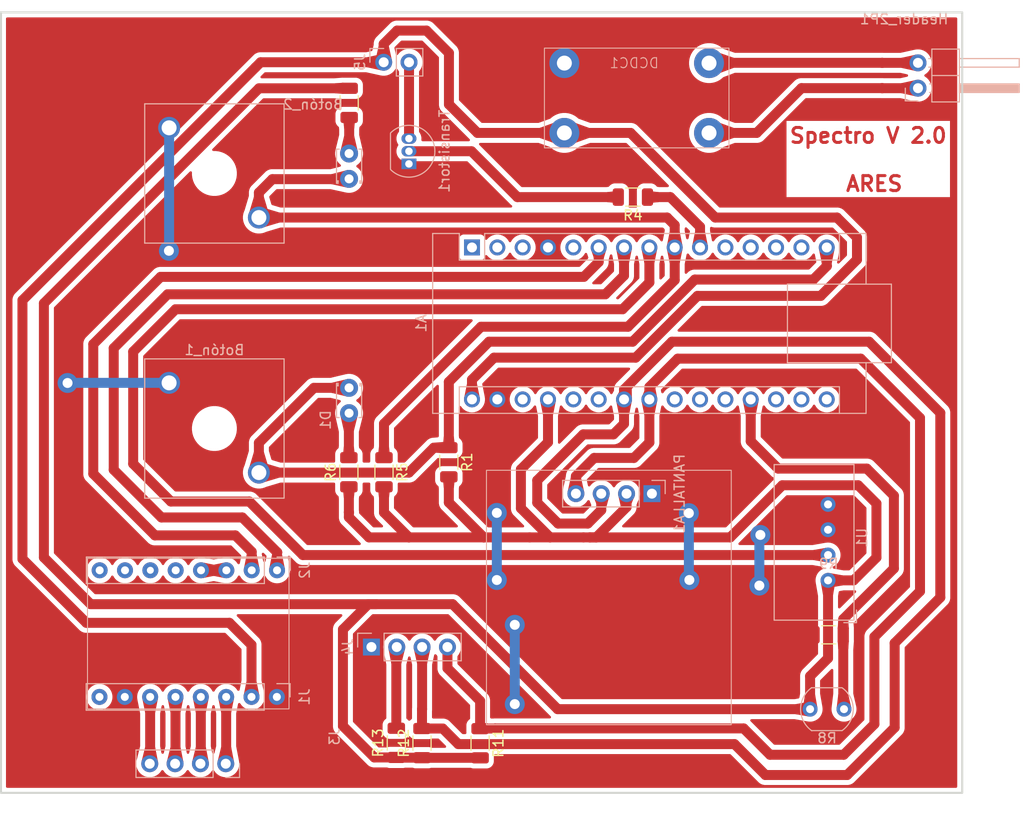
<source format=kicad_pcb>
(kicad_pcb (version 20241229) (generator "pcbnew") (generator_version "9.0")
  (layers (0 "F.Cu" signal) (2 "B.Cu" signal) (13 "F.Paste" user) (15 "B.Paste" user) (5 "F.SilkS" user "F.Silkscreen") (7 "B.SilkS" user "B.Silkscreen") (1 "F.Mask" user) (3 "B.Mask" user) (25 "Edge.Cuts" user))
  (net 0 "")
  (net 1 "SCK")
  (net 3 "+VOUT")
  (net 8 "D12")
  (net 9 "A0")
  (net 12 "D5")
  (net 15 "D6")
  (net 19 "D7")
  (net 20 "DIR")
  (net 21 "+5V")
  (net 23 "SDA")
  (net 26 "STEP")
  (net 28 "Net-(D1-A)")
  (net 29 "Net-(D2-A)")
  (net 30 "Net-(DCDC1-+VIN)")
  (net 31 "Net-(DCDC1--VIN)")
  (net 32 "NEGRO")
  (net 33 "Net-(Transistor1-B)")
  (net 34 "1B")
  (net 35 "2B")
  (net 36 "1A")
  (net 37 "2A")
  (net 41 "RETRO")
  (net 44 "GND")
  (net 45 "Net-(J4-Pin_2)")
  (net 46 "unconnected-(A1-A1-Pad20)")
  (footprint "Resistor_SMD:R_1206_3216Metric" (layer "F.Cu") (at 170.02 58.22 -90)
    (property "Reference" "R7" (hide yes))
    (property "Value" "1K")
    (fp_line (start -0.727064 0.91) (end 0.727064 0.91) (stroke (width 0.12)) (layer "F.SilkS"))
    (fp_line (start -0.727064 -0.91) (end 0.727064 -0.91) (stroke (width 0.12)) (layer "F.SilkS"))
    (pad "1" smd roundrect (at -1.4625 0 270) (size 1.125 1.75) (layers "F.Cu" "F.Mask" "F.Paste") (roundrect_rratio 0.222222) (net 21 "+5V"))
    (pad "2" smd roundrect (at 1.4625 0 270) (size 1.125 1.75) (layers "F.Cu" "F.Mask" "F.Paste") (roundrect_rratio 0.222222) (net 29 "Net-(D2-A)"))
  )
  (footprint "Resistor_SMD:R_1206_3216Metric" (layer "F.Cu") (at 198.4575 67.67 180)
    (property "Reference" "R4" (at 0 -1.83 0) (layer "F.SilkS"))
    (property "Value" "1k")
    (fp_line (start -0.727064 0.91) (end 0.727064 0.91) (stroke (width 0.12)) (layer "F.SilkS"))
    (fp_line (start -0.727064 -0.91) (end 0.727064 -0.91) (stroke (width 0.12)) (layer "F.SilkS"))
    (pad "1" smd roundrect (at -1.4625 0 180) (size 1.125 1.75) (layers "F.Cu" "F.Mask" "F.Paste") (roundrect_rratio 0.222222) (net 19 "D7"))
    (pad "2" smd roundrect (at 1.4625 0 180) (size 1.125 1.75) (layers "F.Cu" "F.Mask" "F.Paste") (roundrect_rratio 0.222222) (net 33 "Net-(Transistor1-B)"))
  )
  (footprint "Resistor_SMD:R_1206_3216Metric" (layer "F.Cu") (at 218.0825 111.57)
    (property "Reference" "R9" (at 0 -7.13 0) (layer "B.SilkS") (effects (justify mirror)))
    (property "Value" "10K" (hide yes))
    (fp_line (start -0.727064 -0.91) (end 0.727064 -0.91) (stroke (width 0.12)) (layer "F.SilkS"))
    (fp_line (start -0.727064 0.91) (end 0.727064 0.91) (stroke (width 0.12)) (layer "F.SilkS"))
    (pad "1" smd roundrect (at -1.4625 0) (size 1.125 1.75) (layers "F.Cu" "F.Mask" "F.Paste") (roundrect_rratio 0.222222) (net 44 "GND"))
    (pad "2" smd roundrect (at 1.4625 0) (size 1.125 1.75) (layers "F.Cu" "F.Mask" "F.Paste") (roundrect_rratio 0.222222) (net 9 "A0"))
  )
  (footprint "Resistor_SMD:R_1206_3216Metric" (layer "F.Cu") (at 180.01 94.2625 -90)
    (property "Reference" "R1" (at 0 -1.83 90) (layer "F.SilkS"))
    (property "Value" "1K")
    (fp_line (start -0.727064 0.91) (end 0.727064 0.91) (stroke (width 0.12)) (layer "F.SilkS"))
    (fp_line (start -0.727064 -0.91) (end 0.727064 -0.91) (stroke (width 0.12)) (layer "F.SilkS"))
    (pad "1" smd roundrect (at -1.4625 0 270) (size 1.125 1.75) (layers "F.Cu" "F.Mask" "F.Paste") (roundrect_rratio 0.222222) (net 8 "D12"))
    (pad "2" smd roundrect (at 1.4625 0 270) (size 1.125 1.75) (layers "F.Cu" "F.Mask" "F.Paste") (roundrect_rratio 0.222222) (net 21 "+5V"))
  )
  (footprint "Resistor_SMD:R_1206_3216Metric" (layer "F.Cu") (at 173.51 95.2625 -90)
    (property "Reference" "R5" (at 0 -1.83 90) (layer "F.SilkS"))
    (property "Value" "1K")
    (fp_line (start -0.727064 0.91) (end 0.727064 0.91) (stroke (width 0.12)) (layer "F.SilkS"))
    (fp_line (start -0.727064 -0.91) (end 0.727064 -0.91) (stroke (width 0.12)) (layer "F.SilkS"))
    (pad "1" smd roundrect (at -1.4625 0 270) (size 1.125 1.75) (layers "F.Cu" "F.Mask" "F.Paste") (roundrect_rratio 0.222222) (net 15 "D6"))
    (pad "2" smd roundrect (at 1.4625 0 270) (size 1.125 1.75) (layers "F.Cu" "F.Mask" "F.Paste") (roundrect_rratio 0.222222) (net 21 "+5V"))
  )
  (footprint "Resistor_SMD:R_1206_3216Metric" (layer "F.Cu") (at 169.99 95.2625 90)
    (property "Reference" "R6" (at 0 -1.83 90) (layer "F.SilkS"))
    (property "Value" "1K")
    (fp_line (start -0.727064 -0.91) (end 0.727064 -0.91) (stroke (width 0.12)) (layer "F.SilkS"))
    (fp_line (start -0.727064 0.91) (end 0.727064 0.91) (stroke (width 0.12)) (layer "F.SilkS"))
    (pad "1" smd roundrect (at -1.4625 0 90) (size 1.125 1.75) (layers "F.Cu" "F.Mask" "F.Paste") (roundrect_rratio 0.222222) (net 21 "+5V"))
    (pad "2" smd roundrect (at 1.4625 0 90) (size 1.125 1.75) (layers "F.Cu" "F.Mask" "F.Paste") (roundrect_rratio 0.222222) (net 28 "Net-(D1-A)"))
  )
  (footprint "Resistor_SMD:R_1206_3216Metric" (layer "F.Cu") (at 183.1436 122.4463 -90)
    (property "Reference" "R11" (at 0 -1.83 90) (layer "F.SilkS"))
    (property "Value" "10K")
    (fp_line (start -0.727064 0.91) (end 0.727064 0.91) (stroke (width 0.12)) (layer "F.SilkS"))
    (fp_line (start -0.727064 -0.91) (end 0.727064 -0.91) (stroke (width 0.12)) (layer "F.SilkS"))
    (pad "1" smd roundrect (at -1.4625 0 270) (size 1.125 1.75) (layers "F.Cu" "F.Mask" "F.Paste") (roundrect_rratio 0.222222) (net 23 "SDA"))
    (pad "2" smd roundrect (at 1.4625 0 270) (size 1.125 1.75) (layers "F.Cu" "F.Mask" "F.Paste") (roundrect_rratio 0.222222) (net 21 "+5V"))
  )
  (footprint "Resistor_SMD:R_1206_3216Metric" (layer "F.Cu") (at 174.745 122.4075 90)
    (property "Reference" "R13" (at 0 -1.83 90) (layer "F.SilkS"))
    (property "Value" "0K")
    (fp_line (start -0.727064 -0.91) (end 0.727064 -0.91) (stroke (width 0.12)) (layer "F.SilkS"))
    (fp_line (start -0.727064 0.91) (end 0.727064 0.91) (stroke (width 0.12)) (layer "F.SilkS"))
    (pad "1" smd roundrect (at -1.4625 0 90) (size 1.125 1.75) (layers "F.Cu" "F.Mask" "F.Paste") (roundrect_rratio 0.222222) (net 21 "+5V"))
    (pad "2" smd roundrect (at 1.4625 0 90) (size 1.125 1.75) (layers "F.Cu" "F.Mask" "F.Paste") (roundrect_rratio 0.222222) (net 45 "Net-(J4-Pin_2)"))
  )
  (footprint "Resistor_SMD:R_1206_3216Metric" (layer "F.Cu") (at 177.32 122.4325 90)
    (property "Reference" "R12" (at 0 -1.83 90) (layer "F.SilkS"))
    (property "Value" "10K")
    (fp_line (start -0.727064 -0.91) (end 0.727064 -0.91) (stroke (width 0.12)) (layer "F.SilkS"))
    (fp_line (start -0.727064 0.91) (end 0.727064 0.91) (stroke (width 0.12)) (layer "F.SilkS"))
    (pad "1" smd roundrect (at -1.4625 0 90) (size 1.125 1.75) (layers "F.Cu" "F.Mask" "F.Paste") (roundrect_rratio 0.222222) (net 21 "+5V"))
    (pad "2" smd roundrect (at 1.4625 0 90) (size 1.125 1.75) (layers "F.Cu" "F.Mask" "F.Paste") (roundrect_rratio 0.222222) (net 1 "SCK"))
  )
  (footprint "OptoDevice:R_LDR_5.1x4.3mm_P3.4mm_Vertical" (layer "B.Cu") (at 216.22 119.028)
    (property "Reference" "R8" (at 1.7 2.9 0) (layer "B.SilkS") (effects (justify mirror)))
    (property "Value" "LDR07")
    (fp_line (start 0.15 -2.15) (end 3.2 -2.15) (stroke (width 0.12)) (layer "B.SilkS"))
    (fp_line (start 0.15 2.15) (end 3.2 2.15) (stroke (width 0.12)) (layer "B.SilkS"))
    (fp_arc (start 0.171766 2.165525) (mid -0.950438 0.013368) (end 0.15 -2.15) (stroke (width 0.12)) (layer "B.SilkS"))
    (fp_arc (start 3.244513 -2.118249) (mid 4.321403 0.027338) (end 3.2 2.15) (stroke (width 0.12)) (layer "B.SilkS"))
    (pad "1" thru_hole circle (at 0 0) (size 1.5 1.5) (drill 0.8) (layers "*.Cu" "*.Mask") (net 21 "+5V"))
    (pad "2" thru_hole circle (at 3.4 0) (size 1.5 1.5) (drill 0.8) (layers "*.Cu" "*.Mask") (net 9 "A0"))
  )
  (footprint "Connector_PinHeader_2.54mm:PinHeader_1x02_P2.54mm_Horizontal" (layer "B.Cu") (at 227.035 56.745)
    (property "Reference" "Header_2P1" (at -1.39 -6.92 0) (layer "B.SilkS") (effects (justify mirror)))
    (property "Value" "Conn_01x02_Pin")
    (fp_line (start -1.27 0) (end -1.27 1.27) (stroke (width 0.12)) (layer "B.SilkS"))
    (fp_line (start -1.27 1.27) (end 0 1.27) (stroke (width 0.12)) (layer "B.SilkS"))
    (fp_line (start 1.077358 -2.97) (end 1.39 -2.97) (stroke (width 0.12)) (layer "B.SilkS"))
    (fp_line (start 1.077358 -2.11) (end 1.39 -2.11) (stroke (width 0.12)) (layer "B.SilkS"))
    (fp_line (start 1.16 -0.43) (end 1.39 -0.43) (stroke (width 0.12)) (layer "B.SilkS"))
    (fp_line (start 1.16 0.43) (end 1.39 0.43) (stroke (width 0.12)) (layer "B.SilkS"))
    (fp_line (start 1.39 -3.92) (end 4.15 -3.92) (stroke (width 0.12)) (layer "B.SilkS"))
    (fp_line (start 1.39 -1.27) (end 4.15 -1.27) (stroke (width 0.12)) (layer "B.SilkS"))
    (fp_line (start 1.39 1.38) (end 1.39 -3.92) (stroke (width 0.12)) (layer "B.SilkS"))
    (fp_line (start 4.15 -3.92) (end 4.15 1.38) (stroke (width 0.12)) (layer "B.SilkS"))
    (fp_line (start 4.15 -2.11) (end 10.15 -2.11) (stroke (width 0.12)) (layer "B.SilkS"))
    (fp_line (start 4.15 1.38) (end 1.39 1.38) (stroke (width 0.12)) (layer "B.SilkS"))
    (fp_line (start 10.15 -2.97) (end 4.15 -2.97) (stroke (width 0.12)) (layer "B.SilkS"))
    (fp_line (start 10.15 -2.11) (end 10.15 -2.97) (stroke (width 0.12)) (layer "B.SilkS"))
    (fp_rect (start 4.15 0.43) (end 10.15 -0.43) (stroke (width 0.12)) (fill yes) (layer "B.SilkS"))
    (pad "1" thru_hole circle (at 0 0) (size 1.7 1.7) (drill 1) (layers "*.Cu" "*.Mask") (net 30 "Net-(DCDC1-+VIN)"))
    (pad "2" thru_hole circle (at 0 -2.54) (size 1.7 1.7) (drill 1) (layers "*.Cu" "*.Mask") (net 31 "Net-(DCDC1--VIN)"))
  )
  (footprint "Connector_PinSocket_2.54mm:PinSocket_1x08_P2.54mm_Vertical" (layer "B.Cu") (at 162.77 117.8 90)
    (property "Reference" "J1" (at 0 2.77 90) (layer "B.SilkS") (effects (justify mirror)))
    (property "Value" "Conn_01x08_Socket")
    (fp_line (start -1.33 -19.11) (end 1.33 -19.11) (stroke (width 0.12)) (layer "B.SilkS"))
    (fp_line (start 1.33 -1.27) (end 1.33 -19.11) (stroke (width 0.12)) (layer "B.SilkS"))
    (fp_line (start -1.33 -1.27) (end -1.33 -19.11) (stroke (width 0.12)) (layer "B.SilkS"))
    (fp_line (start -1.33 -1.27) (end 1.33 -1.27) (stroke (width 0.12)) (layer "B.SilkS"))
    (fp_line (start 1.33 1.33) (end 1.33 0) (stroke (width 0.12)) (layer "B.SilkS"))
    (fp_line (start 0 1.33) (end 1.33 1.33) (stroke (width 0.12)) (layer "B.SilkS"))
    (pad "1" thru_hole circle (at 0 0 90) (size 1.6 1.6) (drill 0.8) (layers "*.Cu" "*.Mask") (net 44 "GND"))
    (pad "2" thru_hole circle (at 0 -2.54 90) (size 1.6 1.6) (drill 0.8) (layers "*.Cu" "*.Mask") (net 3 "+VOUT"))
    (pad "3" thru_hole circle (at 0 -5.08 90) (size 1.6 1.6) (drill 0.8) (layers "*.Cu" "*.Mask") (net 34 "1B"))
    (pad "4" thru_hole circle (at 0 -7.62 90) (size 1.6 1.6) (drill 0.8) (layers "*.Cu" "*.Mask") (net 36 "1A"))
    (pad "5" thru_hole circle (at 0 -10.16 90) (size 1.6 1.6) (drill 0.8) (layers "*.Cu" "*.Mask") (net 37 "2A"))
    (pad "6" thru_hole circle (at 0 -12.7 90) (size 1.6 1.6) (drill 0.8) (layers "*.Cu" "*.Mask") (net 35 "2B"))
    (pad "7" thru_hole circle (at 0 -15.24 90) (size 1.6 1.6) (drill 0.8) (layers "*.Cu" "*.Mask") (net 44 "GND"))
    (pad "8" thru_hole circle (at 0 -17.78 90) (size 1.6 1.6) (drill 0.8) (layers "*.Cu" "*.Mask"))
  )
  (footprint "Package_TO_SOT_THT:TO-92_Inline" (layer "B.Cu") (at 176.01 64.34 90)
    (property "Reference" "Transistor1" (at 1.27 3.56 90) (layer "B.SilkS") (effects (justify mirror)))
    (property "Value" "PN2222A")
    (fp_line (start -0.53 -1.85) (end 3.07 -1.85) (stroke (width 0.12)) (layer "B.SilkS"))
    (fp_arc (start 3.108478 -1.838478) (mid 3.672087 0.994977) (end 1.27 2.6) (stroke (width 0.12)) (layer "B.SilkS"))
    (fp_arc (start 1.27 2.6) (mid -1.132087 0.994977) (end -0.568478 -1.838478) (stroke (width 0.12)) (layer "B.SilkS"))
    (pad "1" thru_hole rect (at 0 0 90) (size 1.05 1.5) (drill 0.75) (layers "*.Cu" "*.Mask") (net 44 "GND"))
    (pad "2" thru_hole oval (at 1.27 0 90) (size 1.05 1.5) (drill 0.75) (layers "*.Cu" "*.Mask") (net 33 "Net-(Transistor1-B)"))
    (pad "3" thru_hole oval (at 2.54 0 90) (size 1.05 1.5) (drill 0.75) (layers "*.Cu" "*.Mask") (net 32 "NEGRO"))
  )
  (footprint "LED_THT:LED_D1.8mm_W3.3mm_H2.4mm" (layer "B.Cu") (at 170.01 86.8 -90)
    (property "Reference" "D1" (at 3.2325 2.35 90) (layer "B.SilkS") (effects (justify mirror)))
    (property "Value" "LED")
    (fp_line (start -0.44 1.26) (end 2.98 1.26) (stroke (width 0.12)) (layer "B.SilkS"))
    (fp_line (start -0.44 1.26) (end -0.44 1.08) (stroke (width 0.12)) (layer "B.SilkS"))
    (fp_line (start -0.32 1.26) (end -0.32 1.08) (stroke (width 0.12)) (layer "B.SilkS"))
    (fp_line (start -0.2 1.26) (end -0.2 1.08) (stroke (width 0.12)) (layer "B.SilkS"))
    (fp_line (start 2.98 1.26) (end 2.98 0.986) (stroke (width 0.12)) (layer "B.SilkS"))
    (fp_line (start 2.98 -0.986) (end 2.98 -1.26) (stroke (width 0.12)) (layer "B.SilkS"))
    (fp_line (start -0.44 -1.08) (end -0.44 -1.26) (stroke (width 0.12)) (layer "B.SilkS"))
    (fp_line (start -0.32 -1.08) (end -0.32 -1.26) (stroke (width 0.12)) (layer "B.SilkS"))
    (fp_line (start -0.2 -1.08) (end -0.2 -1.26) (stroke (width 0.12)) (layer "B.SilkS"))
    (fp_line (start -0.44 -1.26) (end 2.98 -1.26) (stroke (width 0.12)) (layer "B.SilkS"))
    (pad "1" thru_hole circle (at 0 0 270) (size 1.8 1.8) (drill 0.9) (layers "*.Cu" "*.Mask") (net 8 "D12"))
    (pad "2" thru_hole circle (at 2.54 0 270) (size 1.8 1.8) (drill 0.9) (layers "*.Cu" "*.Mask") (net 28 "Net-(D1-A)"))
  )
  (footprint "Module:Arduino_Nano" (layer "B.Cu") (at 182.33 72.72 -90)
    (property "Reference" "A1" (at 7.62 5.08 90) (layer "B.SilkS") (effects (justify mirror)))
    (property "Value" "Arduino_Nano")
    (fp_line (start -1.4 3.94) (end -1.4 1.27) (stroke (width 0.12)) (layer "B.SilkS"))
    (fp_line (start 16.64 3.94) (end -1.4 3.94) (stroke (width 0.12)) (layer "B.SilkS"))
    (fp_line (start 1.27 1.27) (end -1.4 1.27) (stroke (width 0.12)) (layer "B.SilkS"))
    (fp_line (start 13.97 1.27) (end 16.64 1.27) (stroke (width 0.12)) (layer "B.SilkS"))
    (fp_line (start 13.97 1.27) (end 13.97 -36.83) (stroke (width 0.12)) (layer "B.SilkS"))
    (fp_line (start -1.4 -1.27) (end -1.4 -39.5) (stroke (width 0.12)) (layer "B.SilkS"))
    (fp_line (start 1.27 -1.27) (end 1.27 1.27) (stroke (width 0.12)) (layer "B.SilkS"))
    (fp_line (start 1.27 -1.27) (end -1.4 -1.27) (stroke (width 0.12)) (layer "B.SilkS"))
    (fp_line (start 1.27 -1.27) (end 1.27 -36.83) (stroke (width 0.12)) (layer "B.SilkS"))
    (fp_line (start 3.68 -31.62) (end 11.56 -31.62) (stroke (width 0.12)) (layer "B.SilkS"))
    (fp_line (start 11.56 -31.62) (end 11.56 -42.04) (stroke (width 0.12)) (layer "B.SilkS"))
    (fp_line (start 1.27 -36.83) (end -1.4 -36.83) (stroke (width 0.12)) (layer "B.SilkS"))
    (fp_line (start 13.97 -36.83) (end 16.64 -36.83) (stroke (width 0.12)) (layer "B.SilkS"))
    (fp_line (start -1.4 -39.5) (end 3.68 -39.5) (stroke (width 0.12)) (layer "B.SilkS"))
    (fp_line (start 16.64 -39.5) (end 16.64 3.94) (stroke (width 0.12)) (layer "B.SilkS"))
    (fp_line (start 16.64 -39.5) (end 11.56 -39.5) (stroke (width 0.12)) (layer "B.SilkS"))
    (fp_line (start 3.68 -42.04) (end 3.68 -31.62) (stroke (width 0.12)) (layer "B.SilkS"))
    (fp_line (start 11.56 -42.04) (end 3.68 -42.04) (stroke (width 0.12)) (layer "B.SilkS"))
    (pad "1" thru_hole rect (at 0 0 270) (size 1.6 1.6) (drill 1) (layers "*.Cu" "*.Mask"))
    (pad "2" thru_hole oval (at 0 -2.54 270) (size 1.6 1.6) (drill 1) (layers "*.Cu" "*.Mask"))
    (pad "3" thru_hole oval (at 0 -5.08 270) (size 1.6 1.6) (drill 1) (layers "*.Cu" "*.Mask"))
    (pad "4" thru_hole oval (at 0 -7.62 270) (size 1.6 1.6) (drill 1) (layers "*.Cu" "*.Mask") (net 44 "GND"))
    (pad "5" thru_hole oval (at 0 -10.16 270) (size 1.6 1.6) (drill 1) (layers "*.Cu" "*.Mask"))
    (pad "6" thru_hole oval (at 0 -12.7 270) (size 1.6 1.6) (drill 1) (layers "*.Cu" "*.Mask") (net 26 "STEP"))
    (pad "7" thru_hole oval (at 0 -15.24 270) (size 1.6 1.6) (drill 1) (layers "*.Cu" "*.Mask") (net 20 "DIR"))
    (pad "8" thru_hole oval (at 0 -17.78 270) (size 1.6 1.6) (drill 1) (layers "*.Cu" "*.Mask") (net 12 "D5"))
    (pad "9" thru_hole oval (at 0 -20.32 270) (size 1.6 1.6) (drill 1) (layers "*.Cu" "*.Mask") (net 15 "D6"))
    (pad "10" thru_hole oval (at 0 -22.86 270) (size 1.6 1.6) (drill 1) (layers "*.Cu" "*.Mask") (net 19 "D7"))
    (pad "11" thru_hole oval (at 0 -25.4 270) (size 1.6 1.6) (drill 1) (layers "*.Cu" "*.Mask"))
    (pad "12" thru_hole oval (at 0 -27.94 270) (size 1.6 1.6) (drill 1) (layers "*.Cu" "*.Mask"))
    (pad "13" thru_hole oval (at 0 -30.48 270) (size 1.6 1.6) (drill 1) (layers "*.Cu" "*.Mask"))
    (pad "14" thru_hole oval (at 0 -33.02 270) (size 1.6 1.6) (drill 1) (layers "*.Cu" "*.Mask"))
    (pad "15" thru_hole oval (at 0 -35.56 270) (size 1.6 1.6) (drill 1) (layers "*.Cu" "*.Mask") (net 8 "D12"))
    (pad "16" thru_hole oval (at 15.24 -35.56 270) (size 1.6 1.6) (drill 1) (layers "*.Cu" "*.Mask"))
    (pad "17" thru_hole oval (at 15.24 -33.02 270) (size 1.6 1.6) (drill 1) (layers "*.Cu" "*.Mask"))
    (pad "18" thru_hole oval (at 15.24 -30.48 270) (size 1.6 1.6) (drill 1) (layers "*.Cu" "*.Mask"))
    (pad "19" thru_hole oval (at 15.24 -27.94 270) (size 1.6 1.6) (drill 1) (layers "*.Cu" "*.Mask") (net 9 "A0"))
    (pad "20" thru_hole oval (at 15.24 -25.4 270) (size 1.6 1.6) (drill 1) (layers "*.Cu" "*.Mask") (net 46 "unconnected-(A1-A1-Pad20)"))
    (pad "21" thru_hole oval (at 15.24 -22.86 270) (size 1.6 1.6) (drill 1) (layers "*.Cu" "*.Mask"))
    (pad "22" thru_hole oval (at 15.24 -20.32 270) (size 1.6 1.6) (drill 1) (layers "*.Cu" "*.Mask"))
    (pad "23" thru_hole oval (at 15.24 -17.78 270) (size 1.6 1.6) (drill 1) (layers "*.Cu" "*.Mask") (net 23 "SDA"))
    (pad "24" thru_hole oval (at 15.24 -15.24 270) (size 1.6 1.6) (drill 1) (layers "*.Cu" "*.Mask") (net 1 "SCK"))
    (pad "25" thru_hole oval (at 15.24 -12.7 270) (size 1.6 1.6) (drill 1) (layers "*.Cu" "*.Mask"))
    (pad "26" thru_hole oval (at 15.24 -10.16 270) (size 1.6 1.6) (drill 1) (layers "*.Cu" "*.Mask"))
    (pad "27" thru_hole oval (at 15.24 -7.62 270) (size 1.6 1.6) (drill 1) (layers "*.Cu" "*.Mask") (net 21 "+5V"))
    (pad "28" thru_hole oval (at 15.24 -5.08 270) (size 1.6 1.6) (drill 1) (layers "*.Cu" "*.Mask"))
    (pad "29" thru_hole oval (at 15.24 -2.54 270) (size 1.6 1.6) (drill 1) (layers "*.Cu" "*.Mask") (net 44 "GND"))
    (pad "30" thru_hole oval (at 15.24 0 270) (size 1.6 1.6) (drill 1) (layers "*.Cu" "*.Mask") (net 3 "+VOUT"))
  )
  (footprint "Sensor:ASAIR_AM2302_P2.54mm_Vertical" (layer "B.Cu") (at 218.02 106.11 90)
    (property "Reference" "U1" (at 4.26 3.4 90) (layer "B.SilkS") (effects (justify mirror)))
    (property "Value" "AM2302")
    (fp_line (start 11.61 -5.4) (end -3.99 -5.4) (stroke (width 0.12)) (layer "B.SilkS"))
    (fp_line (start -3.99 -5.4) (end -3.99 2.6) (stroke (width 0.12)) (layer "B.SilkS"))
    (fp_line (start -4.24 1.58) (end -4.24 2.85) (stroke (width 0.12)) (layer "B.SilkS"))
    (fp_line (start 11.61 2.6) (end 11.61 -5.4) (stroke (width 0.12)) (layer "B.SilkS"))
    (fp_line (start -3.99 2.6) (end 11.61 2.6) (stroke (width 0.12)) (layer "B.SilkS"))
    (fp_line (start -4.24 2.85) (end -2.97 2.85) (stroke (width 0.12)) (layer "B.SilkS"))
    (pad "1" thru_hole circle (at 0 0) (size 1.5 1.5) (drill 0.8) (layers "*.Cu" "*.Mask") (net 21 "+5V"))
    (pad "2" thru_hole circle (at 2.54 0 180) (size 1.5 1.5) (drill 0.8) (layers "*.Cu" "*.Mask") (net 12 "D5"))
    (pad "3" thru_hole circle (at 5.08 0) (size 1.5 1.5) (drill 0.8) (layers "*.Cu" "*.Mask") (net 44 "GND"))
    (pad "4" thru_hole circle (at 7.62 0) (size 1.5 1.5) (drill 0.8) (layers "*.Cu" "*.Mask") (net 44 "GND"))
  )
  (footprint "Button_Switch_Keyboard:SW_Cherry_MX_1.25u_Plate" (layer "B.Cu") (at 153.97 60.22 180)
    (property "Reference" "Botón_2" (at -12.44 1.844 0) (layer "B.SilkS") (effects (justify mirror)))
    (property "Value" "SW_Push_Dual_x2")
    (fp_line (start 4.445 1.905) (end 4.445 -12.065) (stroke (width 0.12)) (layer "B.SilkS"))
    (fp_line (start 4.445 -12.065) (end -9.525 -12.065) (stroke (width 0.12)) (layer "B.SilkS"))
    (fp_line (start -9.525 1.905) (end 4.445 1.905) (stroke (width 0.12)) (layer "B.SilkS"))
    (fp_line (start -9.525 -12.065) (end -9.525 1.905) (stroke (width 0.12)) (layer "B.SilkS"))
    (pad "" np_thru_hole circle (at -2.54 -5.08 180) (size 4 4) (drill 4) (layers "*.Cu" "*.Mask"))
    (pad "3" thru_hole circle (at -7 -9.5 180) (size 2.2 2.2) (drill 1.5) (layers "*.Cu" "*.Mask") (net 15 "D6"))
    (pad "4" thru_hole circle (at 2 -0.5 180) (size 2.2 2.2) (drill 1.5) (layers "*.Cu" "*.Mask") (net 44 "GND"))
  )
  (footprint "Connector_PinHeader_2.54mm:PinHeader_1x02_P2.54mm_Vertical" (layer "B.Cu") (at 173.48 54.145 -90)
    (property "Reference" "J5" (at 0 2.38 90) (layer "B.SilkS") (effects (justify mirror)))
    (property "Value" "Conn_01x02_Pin")
    (fp_line (start -1.38 1.38) (end 0 1.38) (stroke (width 0.12)) (layer "B.SilkS"))
    (fp_line (start -1.38 0) (end -1.38 1.38) (stroke (width 0.12)) (layer "B.SilkS"))
    (fp_line (start -1.38 -1.27) (end 1.38 -1.27) (stroke (width 0.12)) (layer "B.SilkS"))
    (fp_line (start -1.38 -1.27) (end -1.38 -3.92) (stroke (width 0.12)) (layer "B.SilkS"))
    (fp_line (start 1.38 -1.27) (end 1.38 -3.92) (stroke (width 0.12)) (layer "B.SilkS"))
    (fp_line (start -1.38 -3.92) (end 1.38 -3.92) (stroke (width 0.12)) (layer "B.SilkS"))
    (pad "1" thru_hole circle (at 0 0 270) (size 1.7 1.7) (drill 1) (layers "*.Cu" "*.Mask") (net 3 "+VOUT"))
    (pad "2" thru_hole circle (at 0 -2.54 270) (size 1.7 1.7) (drill 1) (layers "*.Cu" "*.Mask") (net 32 "NEGRO"))
  )
  (footprint "Connector_PinHeader_2.54mm:PinHeader_1x04_P2.54mm_Vertical" (layer "B.Cu") (at 172.25 112.795 -90)
    (property "Reference" "J4" (at 0 2.38 90) (layer "B.SilkS") (effects (justify mirror)))
    (property "Value" "Conn_01x04_Pin")
    (fp_line (start -1.38 1.38) (end 0 1.38) (stroke (width 0.12)) (layer "B.SilkS"))
    (fp_line (start -1.38 0) (end -1.38 1.38) (stroke (width 0.12)) (layer "B.SilkS"))
    (fp_line (start -1.38 -1.27) (end 1.38 -1.27) (stroke (width 0.12)) (layer "B.SilkS"))
    (fp_line (start -1.38 -1.27) (end -1.38 -9) (stroke (width 0.12)) (layer "B.SilkS"))
    (fp_line (start 1.38 -1.27) (end 1.38 -9) (stroke (width 0.12)) (layer "B.SilkS"))
    (fp_line (start -1.38 -9) (end 1.38 -9) (stroke (width 0.12)) (layer "B.SilkS"))
    (pad "1" thru_hole rect (at 0 0 270) (size 1.7 1.7) (drill 1) (layers "*.Cu" "*.Mask") (net 44 "GND"))
    (pad "2" thru_hole circle (at 0 -2.54 270) (size 1.7 1.7) (drill 1) (layers "*.Cu" "*.Mask") (net 45 "Net-(J4-Pin_2)"))
    (pad "3" thru_hole circle (at 0 -5.08 270) (size 1.7 1.7) (drill 1) (layers "*.Cu" "*.Mask") (net 1 "SCK"))
    (pad "4" thru_hole circle (at 0 -7.62 270) (size 1.7 1.7) (drill 1) (layers "*.Cu" "*.Mask") (net 23 "SDA"))
  )
  (footprint "Connector_PinHeader_2.54mm:PinHeader_1x04_P2.54mm_Vertical" (layer "B.Cu") (at 157.65 124.5 90)
    (property "Reference" "J3" (at 2.7082 10.9043 90) (layer "B.SilkS") (effects (justify mirror)))
    (property "Value" "Conn_01x04_Pin")
    (fp_line (start -1.38 -9) (end 1.38 -9) (stroke (width 0.12)) (layer "B.SilkS"))
    (fp_line (start 1.38 -1.27) (end 1.38 -9) (stroke (width 0.12)) (layer "B.SilkS"))
    (fp_line (start -1.38 -1.27) (end -1.38 -9) (stroke (width 0.12)) (layer "B.SilkS"))
    (fp_line (start -1.38 -1.27) (end 1.38 -1.27) (stroke (width 0.12)) (layer "B.SilkS"))
    (fp_line (start -1.38 0) (end -1.38 1.38) (stroke (width 0.12)) (layer "B.SilkS"))
    (fp_line (start -1.38 1.38) (end 0 1.38) (stroke (width 0.12)) (layer "B.SilkS"))
    (pad "1" thru_hole circle (at 0 0 90) (size 1.7 1.7) (drill 1) (layers "*.Cu" "*.Mask") (net 34 "1B"))
    (pad "2" thru_hole circle (at 0 -2.54 90) (size 1.7 1.7) (drill 1) (layers "*.Cu" "*.Mask") (net 36 "1A"))
    (pad "3" thru_hole circle (at 0 -5.08 90) (size 1.7 1.7) (drill 1) (layers "*.Cu" "*.Mask") (net 37 "2A"))
    (pad "4" thru_hole circle (at 0 -7.62 90) (size 1.7 1.7) (drill 1) (layers "*.Cu" "*.Mask") (net 35 "2B"))
  )
  (footprint "Connector_PinSocket_2.54mm:PinSocket_1x04_P2.54mm_Vertical" (layer "B.Cu") (at 200.3648 97.4126 90)
    (property "Reference" "PANTALLA1" (at 0 2.77 90) (layer "B.SilkS") (effects (justify mirror)))
    (property "Value" "Conn_01x04_Pin")
    (fp_line (start -1.33 -8.95) (end 1.33 -8.95) (stroke (width 0.12)) (layer "B.SilkS"))
    (fp_line (start 1.33 -1.27) (end 1.33 -8.95) (stroke (width 0.12)) (layer "B.SilkS"))
    (fp_line (start -1.33 -1.27) (end -1.33 -8.95) (stroke (width 0.12)) (layer "B.SilkS"))
    (fp_line (start -1.33 -1.27) (end 1.33 -1.27) (stroke (width 0.12)) (layer "B.SilkS"))
    (fp_line (start 1.33 1.33) (end 1.33 0) (stroke (width 0.12)) (layer "B.SilkS"))
    (fp_line (start 0 1.33) (end 1.33 1.33) (stroke (width 0.12)) (layer "B.SilkS"))
    (pad "1" thru_hole rect (at 0 0 90) (size 1.7 1.7) (drill 1) (layers "*.Cu" "*.Mask") (net 44 "GND"))
    (pad "2" thru_hole circle (at 0 -2.54 90) (size 1.7 1.7) (drill 1) (layers "*.Cu" "*.Mask") (net 21 "+5V"))
    (pad "3" thru_hole circle (at 0 -5.08 90) (size 1.7 1.7) (drill 1) (layers "*.Cu" "*.Mask") (net 1 "SCK"))
    (pad "4" thru_hole circle (at 0 -7.62 90) (size 1.7 1.7) (drill 1) (layers "*.Cu" "*.Mask") (net 23 "SDA"))
  )
  (footprint "Button_Switch_Keyboard:SW_Cherry_MX_1.25u_Plate" (layer "B.Cu") (at 153.97 85.8 180)
    (property "Reference" "Botón_1" (at -2.54 2.794 0) (layer "B.SilkS") (effects (justify mirror)))
    (property "Value" "SW_Push_Dual_x2")
    (fp_line (start 4.445 1.905) (end 4.445 -12.065) (stroke (width 0.12)) (layer "B.SilkS"))
    (fp_line (start 4.445 -12.065) (end -9.525 -12.065) (stroke (width 0.12)) (layer "B.SilkS"))
    (fp_line (start -9.525 1.905) (end 4.445 1.905) (stroke (width 0.12)) (layer "B.SilkS"))
    (fp_line (start -9.525 -12.065) (end -9.525 1.905) (stroke (width 0.12)) (layer "B.SilkS"))
    (pad "" np_thru_hole circle (at -2.54 -5.08 180) (size 4 4) (drill 4) (layers "*.Cu" "*.Mask"))
    (pad "1" thru_hole circle (at -7 -9.5 180) (size 2.2 2.2) (drill 1.5) (layers "*.Cu" "*.Mask") (net 8 "D12"))
    (pad "2" thru_hole circle (at 2 -0.5 180) (size 2.2 2.2) (drill 1.5) (layers "*.Cu" "*.Mask") (net 44 "GND"))
  )
  (footprint "vicente:Placa transformada" (layer "B.Cu") (at 195.09 59.23 180)
    (property "Reference" "DCDC1" (at -3.5 5 0) (layer "B.SilkS") (effects (font (thickness 0.1)) (justify mirror)))
    (property "Value" "CRE1S0505DC")
    (fp_rect (start -13 6.5) (end 5.5 -3.5) (stroke (width 0.1)) (fill no) (layer "B.SilkS"))
    (pad "1" thru_hole circle (at -11 -2 180) (size 3 3) (drill 1.5) (layers "*.Cu" "*.Mask") (net 30 "Net-(DCDC1-+VIN)"))
    (pad "2" thru_hole circle (at -11 5 180) (size 3 3) (drill 1.5) (layers "*.Cu" "*.Mask") (net 31 "Net-(DCDC1--VIN)"))
    (pad "3" thru_hole circle (at 3.5 -2 180) (size 3 3) (drill 1.5) (layers "*.Cu" "*.Mask") (net 3 "+VOUT"))
    (pad "4" thru_hole circle (at 3.5 5 180) (size 3 3) (drill 1.5) (layers "*.Cu" "*.Mask") (net 44 "GND"))
  )
  (footprint "LED_THT:LED_D1.8mm_W3.3mm_H2.4mm" (layer "B.Cu") (at 170.01 65.84 90)
    (property "Reference" "D2" (hide yes))
    (property "Value" "LED" (hide yes))
    (fp_line (start -0.44 -1.26) (end 2.98 -1.26) (stroke (width 0.12)) (layer "B.SilkS"))
    (fp_line (start -0.2 -1.08) (end -0.2 -1.26) (stroke (width 0.12)) (layer "B.SilkS"))
    (fp_line (start -0.32 -1.08) (end -0.32 -1.26) (stroke (width 0.12)) (layer "B.SilkS"))
    (fp_line (start -0.44 -1.08) (end -0.44 -1.26) (stroke (width 0.12)) (layer "B.SilkS"))
    (fp_line (start 2.98 -0.986) (end 2.98 -1.26) (stroke (width 0.12)) (layer "B.SilkS"))
    (fp_line (start 2.98 1.26) (end 2.98 0.986) (stroke (width 0.12)) (layer "B.SilkS"))
    (fp_line (start -0.2 1.26) (end -0.2 1.08) (stroke (width 0.12)) (layer "B.SilkS"))
    (fp_line (start -0.32 1.26) (end -0.32 1.08) (stroke (width 0.12)) (layer "B.SilkS"))
    (fp_line (start -0.44 1.26) (end -0.44 1.08) (stroke (width 0.12)) (layer "B.SilkS"))
    (fp_line (start -0.44 1.26) (end 2.98 1.26) (stroke (width 0.12)) (layer "B.SilkS"))
    (pad "1" thru_hole circle (at 0 0 90) (size 1.8 1.8) (drill 0.9) (layers "*.Cu" "*.Mask") (net 15 "D6"))
    (pad "2" thru_hole circle (at 2.54 0 90) (size 1.8 1.8) (drill 0.9) (layers "*.Cu" "*.Mask") (net 29 "Net-(D2-A)"))
  )
  (footprint "Connector_PinSocket_2.54mm:PinSocket_1x08_P2.54mm_Vertical" (layer "B.Cu") (at 162.79 105.1 90)
    (property "Reference" "J2" (at 0 2.77 90) (layer "B.SilkS") (effects (justify mirror)))
    (property "Value" "Conn_01x08_Socket")
    (fp_line (start -1.33 -19.11) (end 1.33 -19.11) (stroke (width 0.12)) (layer "B.SilkS"))
    (fp_line (start 1.33 -1.27) (end 1.33 -19.11) (stroke (width 0.12)) (layer "B.SilkS"))
    (fp_line (start -1.33 -1.27) (end -1.33 -19.11) (stroke (width 0.12)) (layer "B.SilkS"))
    (fp_line (start -1.33 -1.27) (end 1.33 -1.27) (stroke (width 0.12)) (layer "B.SilkS"))
    (fp_line (start 1.33 1.33) (end 1.33 0) (stroke (width 0.12)) (layer "B.SilkS"))
    (fp_line (start 0 1.33) (end 1.33 1.33) (stroke (width 0.12)) (layer "B.SilkS"))
    (pad "9" thru_hole circle (at 0 -17.78 90) (size 1.6 1.6) (drill 0.8) (layers "*.Cu" "*.Mask"))
    (pad "10" thru_hole circle (at 0 -15.24 90) (size 1.6 1.6) (drill 0.8) (layers "*.Cu" "*.Mask"))
    (pad "11" thru_hole circle (at 0 -12.7 90) (size 1.6 1.6) (drill 0.7) (layers "*.Cu" "*.Mask"))
    (pad "12" thru_hole circle (at 0 -10.16 90) (size 1.6 1.6) (drill 0.8) (layers "*.Cu" "*.Mask"))
    (pad "13" thru_hole circle (at 0 -7.62 90) (size 1.6 1.6) (drill 0.8) (layers "*.Cu" "*.Mask") (net 41 "RETRO"))
    (pad "14" thru_hole circle (at 0 -5.08 90) (size 1.6 1.6) (drill 0.8) (layers "*.Cu" "*.Mask") (net 41 "RETRO"))
    (pad "15" thru_hole circle (at 0 -2.54 90) (size 1.6 1.6) (drill 0.8) (layers "*.Cu" "*.Mask") (net 26 "STEP"))
    (pad "16" thru_hole circle (at 0 0 90) (size 1.6 1.6) (drill 0.8) (layers "*.Cu" "*.Mask") (net 20 "DIR"))
  )
  (gr_rect (start 143.79 103.9) (end 163.99 119) (stroke (width 0.1)) (fill no) (layer "B.SilkS"))
  (gr_rect (start 183.78 95.07) (end 208.32 120.59) (stroke (width 0.1)) (fill no) (layer "B.SilkS"))
  (gr_rect (start 135.12 49.145) (end 231.47 127.42) (stroke (width 0.2)) (fill no) (layer "Edge.Cuts"))
  (gr_text "Spectro V 2.0\n\n	ARES" (at 214.03 67.212 0) (layer "F.Cu") (effects (font (size 1.5 1.5) (thickness 0.3) (bold yes)) (justify left bottom)))
  (segment (start 180.9582 122.5332) (end 179.395 120.97) (width 1) (layer "F.Cu") (net 1))
  (segment (start 222.13 82.17) (end 229.27 89.31) (width 1) (layer "F.Cu") (net 1))
  (segment (start 208.6452 122.5332) (end 180.9582 122.5332) (width 1) (layer "F.Cu") (net 1))
  (segment (start 224.698 120.869499) (end 219.935499 125.632) (width 1) (layer "F.Cu") (net 1))
  (segment (start 197.57 87.96) (end 197.57 86.974) (width 1) (layer "F.Cu") (net 1))
  (segment (start 229.27 89.31) (end 229.27 107.8266) (width 1) (layer "F.Cu") (net 1))
  (segment (start 190.9598 100.4098) (end 188.87 98.32) (width 1) (layer "F.Cu") (net 1))
  (segment (start 195.2848 97.4126) (end 195.2848 99.0636) (width 1) (layer "F.Cu") (net 1))
  (segment (start 197.57 90.403) (end 197.57 87.96) (width 1) (layer "F.Cu") (net 1))
  (segment (start 211.744 125.632) (end 208.6452 122.5332) (width 1) (layer "F.Cu") (net 1))
  (segment (start 188.87 96.0804) (end 193.4804 91.47) (width 1) (layer "F.Cu") (net 1))
  (segment (start 202.374 82.17) (end 222.13 82.17) (width 1) (layer "F.Cu") (net 1))
  (segment (start 229.27 107.8266) (end 224.698 112.3986) (width 1) (layer "F.Cu") (net 1))
  (segment (start 193.9386 100.4098) (end 190.9598 100.4098) (width 1) (layer "F.Cu") (net 1))
  (segment (start 224.698 112.3986) (end 224.698 120.869499) (width 1) (layer "F.Cu") (net 1))
  (segment (start 179.395 120.97) (end 177.32 120.97) (width 1) (layer "F.Cu") (net 1))
  (segment (start 197.57 86.974) (end 202.374 82.17) (width 1) (layer "F.Cu") (net 1))
  (segment (start 177.33 112.795) (end 177.33 119.035) (width 1) (layer "F.Cu") (net 1))
  (segment (start 196.503 91.47) (end 197.57 90.403) (width 1) (layer "F.Cu") (net 1))
  (segment (start 177.32 120.97) (end 177.32 119.045) (width 1) (layer "F.Cu") (net 1))
  (segment (start 188.87 98.32) (end 188.87 96.0804) (width 1) (layer "F.Cu") (net 1))
  (segment (start 193.4804 91.47) (end 196.503 91.47) (width 1) (layer "F.Cu") (net 1))
  (segment (start 195.2848 99.0636) (end 193.9386 100.4098) (width 1) (layer "F.Cu") (net 1))
  (segment (start 177.32 119.045) (end 177.33 119.035) (width 1) (layer "F.Cu") (net 1))
  (segment (start 219.935499 125.632) (end 211.744 125.632) (width 1) (layer "F.Cu") (net 1))
  (segment (start 160.6325 54.6575) (end 137.27 78.02) (width 1) (layer "F.Cu") (net 3))
  (segment (start 220.92 73.94) (end 220.92 71.72) (width 1) (layer "F.Cu") (net 3))
  (segment (start 143.68 110.37) (end 158.02 110.37) (width 1) (layer "F.Cu") (net 3))
  (segment (start 158.02 110.37) (end 160.23 112.58) (width 1) (layer "F.Cu") (net 3))
  (segment (start 180.02 53.22) (end 180.02 58.37) (width 1) (layer "F.Cu") (net 3))
  (segment (start 204.932 77.58) (end 217.28 77.58) (width 1) (layer "F.Cu") (net 3))
  (segment (start 220.92 71.72) (end 218.92 69.72) (width 1) (layer "F.Cu") (net 3))
  (segment (start 137.27 103.96) (end 143.68 110.37) (width 1) (layer "F.Cu") (net 3))
  (segment (start 173.48 54.145) (end 173.48 52.31) (width 1) (layer "F.Cu") (net 3))
  (segment (start 160.23 112.58) (end 160.23 117.8) (width 1) (layer "F.Cu") (net 3))
  (segment (start 182.33 85.98) (end 184.54 83.77) (width 1) (layer "F.Cu") (net 3))
  (segment (start 198.22 61.23) (end 191.59 61.23) (width 1) (layer "F.Cu") (net 3))
  (segment (start 182.88 61.23) (end 191.59 61.23) (width 1) (layer "F.Cu") (net 3))
  (segment (start 137.27 78.02) (end 137.27 103.96) (width 1) (layer "F.Cu") (net 3))
  (segment (start 206.71 69.72) (end 198.22 61.23) (width 1) (layer "F.Cu") (net 3))
  (segment (start 174.82 50.97) (end 177.77 50.97) (width 1) (layer "F.Cu") (net 3))
  (segment (start 173.48 54.145) (end 161.145 54.145) (width 1) (layer "F.Cu") (net 3))
  (segment (start 182.33 87.96) (end 182.33 85.98) (width 1) (layer "F.Cu") (net 3))
  (segment (start 161.145 54.145) (end 160.6325 54.6575) (width 1) (layer "F.Cu") (net 3))
  (segment (start 180.02 58.37) (end 182.88 61.23) (width 1) (layer "F.Cu") (net 3))
  (segment (start 217.28 77.58) (end 220.92 73.94) (width 1) (layer "F.Cu") (net 3))
  (segment (start 173.48 52.31) (end 174.82 50.97) (width 1) (layer "F.Cu") (net 3))
  (segment (start 198.742 83.77) (end 204.932 77.58) (width 1) (layer "F.Cu") (net 3))
  (segment (start 184.54 83.77) (end 198.742 83.77) (width 1) (layer "F.Cu") (net 3))
  (segment (start 177.77 50.97) (end 180.02 53.22) (width 1) (layer "F.Cu") (net 3))
  (segment (start 218.92 69.72) (end 206.71 69.72) (width 1) (layer "F.Cu") (net 3))
  (segment (start 178.51 92.8) (end 176.01 95.3) (width 1) (layer "F.Cu") (net 8))
  (segment (start 184.04 82.17) (end 180.01 86.2) (width 1) (layer "F.Cu") (net 8))
  (segment (start 217.9 74.58) (end 216.54 75.94) (width 1) (layer "F.Cu") (net 8))
  (segment (start 204.667 75.94) (end 198.437 82.17) (width 1) (layer "F.Cu") (net 8))
  (segment (start 180.01 92.8) (end 178.51 92.8) (width 1) (layer "F.Cu") (net 8))
  (segment (start 180.01 86.2) (end 180.01 92.8) (width 1) (layer "F.Cu") (net 8))
  (segment (start 198.437 82.17) (end 184.04 82.17) (width 1) (layer "F.Cu") (net 8))
  (segment (start 160.97 92.32) (end 166.49 86.8) (width 1) (layer "F.Cu") (net 8))
  (segment (start 176.01 95.3) (end 160.97 95.3) (width 1) (layer "F.Cu") (net 8))
  (segment (start 217.89 74.57) (end 217.9 74.58) (width 1) (layer "F.Cu") (net 8))
  (segment (start 160.97 92.32) (end 160.97 95.3) (width 1) (layer "F.Cu") (net 8))
  (segment (start 166.49 86.8) (end 170.01 86.8) (width 1) (layer "F.Cu") (net 8))
  (segment (start 217.89 72.72) (end 217.89 74.57) (width 1) (layer "F.Cu") (net 8))
  (segment (start 216.54 75.94) (end 204.667 75.94) (width 1) (layer "F.Cu") (net 8))
  (segment (start 219.545 118.494293) (end 219.62 118.569293) (width 1) (layer "F.Cu") (net 9))
  (segment (start 224.62 104.92) (end 224.62 97.614) (width 1) (layer "F.Cu") (net 9))
  (segment (start 219.545 109.995) (end 224.62 104.92) (width 1) (layer "F.Cu") (net 9))
  (segment (start 224.62 97.614) (end 221.904 94.898) (width 1) (layer "F.Cu") (net 9))
  (segment (start 213.014 94.898) (end 210.27 92.154) (width 1) (layer "F.Cu") (net 9))
  (segment (start 219.545 111.57) (end 219.545 109.995) (width 1) (layer "F.Cu") (net 9))
  (segment (start 210.27 92.154) (end 210.27 87.96) (width 1) (layer "F.Cu") (net 9))
  (segment (start 219.545 111.57) (end 219.545 118.494293) (width 1) (layer "F.Cu") (net 9))
  (segment (start 221.904 94.898) (end 213.014 94.898) (width 1) (layer "F.Cu") (net 9))
  (segment (start 152.62 78.92) (end 148.37 83.17) (width 1) (layer "F.Cu") (net 12))
  (segment (start 160.01 98.2) (end 165.38 103.57) (width 1) (layer "F.Cu") (net 12))
  (segment (start 200.11 76.23) (end 197.42 78.92) (width 1) (layer "F.Cu") (net 12))
  (segment (start 197.42 78.92) (end 152.62 78.92) (width 1) (layer "F.Cu") (net 12))
  (segment (start 148.37 94.42) (end 152.15 98.2) (width 1) (layer "F.Cu") (net 12))
  (segment (start 152.15 98.2) (end 160.01 98.2) (width 1) (layer "F.Cu") (net 12))
  (segment (start 165.38 103.57) (end 218.02 103.57) (width 1) (layer "F.Cu") (net 12))
  (segment (start 200.11 72.72) (end 200.11 76.23) (width 1) (layer "F.Cu") (net 12))
  (segment (start 148.37 83.17) (end 148.37 94.42) (width 1) (layer "F.Cu") (net 12))
  (segment (start 160.97 69.72) (end 160.97 67.22) (width 1) (layer "F.Cu") (net 15))
  (segment (start 202.65 75.99) (end 202.65 72.72) (width 1) (layer "F.Cu") (net 15))
  (segment (start 202.65 70.48) (end 201.89 69.72) (width 1) (layer "F.Cu") (net 15))
  (segment (start 173.51 90.4) (end 183.24 80.67) (width 1) (layer "F.Cu") (net 15))
  (segment (start 197.97 80.67) (end 202.65 75.99) (width 1) (layer "F.Cu") (net 15))
  (segment (start 169.98 65.87) (end 170.01 65.84) (width 1) (layer "F.Cu") (net 15))
  (segment (start 183.24 80.67) (end 197.97 80.67) (width 1) (layer "F.Cu") (net 15))
  (segment (start 160.97 67.22) (end 162.32 65.87) (width 1) (layer "F.Cu") (net 15))
  (segment (start 162.32 65.87) (end 169.98 65.87) (width 1) (layer "F.Cu") (net 15))
  (segment (start 160.97 69.72) (end 201.89 69.72) (width 1) (layer "F.Cu") (net 15))
  (segment (start 202.65 72.72) (end 202.65 70.48) (width 1) (layer "F.Cu") (net 15))
  (segment (start 173.51 93.8) (end 173.51 90.4) (width 1) (layer "F.Cu") (net 15))
  (segment (start 202.21 67.67) (end 199.92 67.67) (width 1) (layer "F.Cu") (net 19))
  (segment (start 205.19 72.72) (end 205.19 70.65) (width 1) (layer "F.Cu") (net 19))
  (segment (start 205.19 70.65) (end 202.21 67.67) (width 1) (layer "F.Cu") (net 19))
  (segment (start 146.42 95.02) (end 151.2 99.8) (width 1) (layer "F.Cu") (net 20))
  (segment (start 159.31 99.8) (end 162.81 103.3) (width 1) (layer "F.Cu") (net 20))
  (segment (start 162.79 103.32) (end 162.79 105.1) (width 1) (layer "F.Cu") (net 20))
  (segment (start 146.42 82.82) (end 146.42 95.02) (width 1) (layer "F.Cu") (net 20))
  (segment (start 197.57 72.72) (end 197.57 75.54) (width 1) (layer "F.Cu") (net 20))
  (segment (start 162.81 103.3) (end 162.79 103.32) (width 1) (layer "F.Cu") (net 20))
  (segment (start 195.69 77.42) (end 151.82 77.42) (width 1) (layer "F.Cu") (net 20))
  (segment (start 151.82 77.42) (end 146.42 82.82) (width 1) (layer "F.Cu") (net 20))
  (segment (start 197.57 75.54) (end 195.69 77.42) (width 1) (layer "F.Cu") (net 20))
  (segment (start 151.2 99.8) (end 159.31 99.8) (width 1) (layer "F.Cu") (net 20))
  (segment (start 197.8248 98.7588) (end 194.7836 101.8) (width 1) (layer "F.Cu") (net 21))
  (segment (start 220.58 106.11) (end 222.87 103.82) (width 1) (layer "F.Cu") (net 21))
  (segment (start 197.8248 97.4126) (end 197.8248 98.7588) (width 1) (layer "F.Cu") (net 21))
  (segment (start 197.57 97.6) (end 197.58 97.61) (width 1) (layer "F.Cu") (net 21))
  (segment (start 221.0404 96.5744) (end 213.4356 96.5744) (width 1) (layer "F.Cu") (net 21))
  (segment (start 216.22 119.028) (end 190.916 119.028) (width 1) (layer "F.Cu") (net 21))
  (segment (start 197.54 97.57) (end 197.58 97.61) (width 1) (layer "F.Cu") (net 21))
  (segment (start 194.7836 101.8) (end 194.1418 101.8) (width 1) (layer "F.Cu") (net 21))
  (segment (start 189.95 92.2572) (end 187.233 94.9742) (width 1) (layer "F.Cu") (net 21))
  (segment (start 183.1436 123.9088) (end 177.3338 123.9088) (width 1) (layer "F.Cu") (net 21))
  (segment (start 177.3338 123.9088) (end 177.32 123.895) (width 1) (layer "F.Cu") (net 21))
  (segment (start 176.01 101.8) (end 173.51 99.3) (width 1) (layer "F.Cu") (net 21))
  (segment (start 170.02 56.7575) (end 160.9845 56.7575) (width 1) (layer "F.Cu") (net 21))
  (segment (start 180.01 95.725) (end 180.01 98.3) (width 1) (layer "F.Cu") (net 21))
  (segment (start 169.99 96.725) (end 169.99 99.28) (width 1) (layer "F.Cu") (net 21))
  (segment (start 213.4356 96.5744) (end 208.21 101.8) (width 1) (layer "F.Cu") (net 21))
  (segment (start 194.1418 101.8) (end 193.51 101.8) (width 1) (layer "F.Cu") (net 21))
  (segment (start 169.395 111.0342) (end 171.9292 108.5) (width 1) (layer "F.Cu") (net 21))
  (segment (start 169.99 99.28) (end 170.01 99.3) (width 1) (layer "F.Cu") (net 21))
  (segment (start 216.22 115.72) (end 218.02 113.92) (width 1) (layer "F.Cu") (net 21))
  (segment (start 172.545 123.87) (end 169.395 120.72) (width 1) (layer "F.Cu") (net 21))
  (segment (start 177.32 123.895) (end 174.77 123.895) (width 1) (layer "F.Cu") (net 21))
  (segment (start 222.87 103.82) (end 222.87 98.404) (width 1) (layer "F.Cu") (net 21))
  (segment (start 187.233 98.879) (end 190.154 101.8) (width 1) (layer "F.Cu") (net 21))
  (segment (start 173.51 96.725) (end 173.51 99.3) (width 1) (layer "F.Cu") (net 21))
  (segment (start 208.21 101.8) (end 194.1418 101.8) (width 1) (layer "F.Cu") (net 21))
  (segment (start 144.11 108.5) (end 172.7296 108.5) (width 1) (layer "F.Cu") (net 21))
  (segment (start 187.233 94.9742) (end 187.233 98.879) (width 1) (layer "F.Cu") (net 21))
  (segment (start 216.22 119.028) (end 216.22 115.72) (width 1) (layer "F.Cu") (net 21))
  (segment (start 169.395 120.72) (end 169.395 111.0342) (width 1) (layer "F.Cu") (net 21))
  (segment (start 174.745 123.87) (end 172.545 123.87) (width 1) (layer "F.Cu") (net 21))
  (segment (start 139.42 78.322) (end 139.42 103.81) (width 1) (layer "F.Cu") (net 21))
  (segment (start 183.51 101.8) (end 176.01 101.8) (width 1) (layer "F.Cu") (net 21))
  (segment (start 180.388 108.5) (end 172.7296 108.5) (width 1) (layer "F.Cu") (net 21))
  (segment (start 222.87 98.404) (end 221.0404 96.5744) (width 1) (layer "F.Cu") (net 21))
  (segment (start 190.154 101.8) (end 188.11 101.8) (width 1) (layer "F.Cu") (net 21))
  (segment (start 190.916 119.028) (end 180.388 108.5) (width 1) (layer "F.Cu") (net 21))
  (segment (start 174.77 123.895) (end 174.745 123.87) (width 1) (layer "F.Cu") (net 21))
  (segment (start 180.01 98.3) (end 183.51 101.8) (width 1) (layer "F.Cu") (net 21))
  (segment (start 188.11 101.8) (end 183.51 101.8) (width 1) (layer "F.Cu") (net 21))
  (segment (start 169.99 99.78) (end 172.01 101.8) (width 1) (layer "F.Cu") (net 21))
  (segment (start 171.9292 108.5) (end 172.7296 108.5) (width 1) (layer "F.Cu") (net 21))
  (segment (start 169.99 99.28) (end 169.99 99.78) (width 1) (layer "F.Cu") (net 21))
  (segment (start 139.42 103.81) (end 144.11 108.5) (width 1) (layer "F.Cu") (net 21))
  (segment (start 172.01 101.8) (end 176.01 101.8) (width 1) (layer "F.Cu") (net 21))
  (segment (start 160.9845 56.7575) (end 139.42 78.322) (width 1) (layer "F.Cu") (net 21))
  (segment (start 218.02 106.11) (end 218.02 113.92) (width 1) (layer "F.Cu") (net 21))
  (segment (start 220.58 106.11) (end 218.02 106.11) (width 1) (layer "F.Cu") (net 21))
  (segment (start 189.95 87.96) (end 189.95 92.2572) (width 1) (layer "F.Cu") (net 21))
  (segment (start 193.51 101.8) (end 190.154 101.8) (width 1) (layer "F.Cu") (net 21))
  (segment (start 227.238 89.818) (end 221.29 83.87) (width 1) (layer "F.Cu") (net 23))
  (segment (start 221.29 83.87) (end 202.96 83.87) (width 1) (layer "F.Cu") (net 23))
  (segment (start 222.666 111.774) (end 227.238 107.202) (width 1) (layer "F.Cu") (net 23))
  (segment (start 192.7448 97.4126) (end 192.7448 95.66) (width 1) (layer "F.Cu") (net 23))
  (segment (start 198.5588 93.8312) (end 200.11 92.28) (width 1) (layer "F.Cu") (net 23))
  (segment (start 200.11 92.28) (end 200.11 87.96) (width 1) (layer "F.Cu") (net 23))
  (segment (start 194.5736 93.8312) (end 198.5588 93.8312) (width 1) (layer "F.Cu") (net 23))
  (segment (start 219.5926 123.6) (end 222.666 120.5266) (width 1) (layer "F.Cu") (net 23))
  (segment (start 179.87 114.92) (end 182.8075 117.8575) (width 1) (layer "F.Cu") (net 23))
  (segment (start 202.96 83.87) (end 200.11 86.72) (width 1) (layer "F.Cu") (net 23))
  (segment (start 227.238 107.202) (end 227.238 89.818) (width 1) (layer "F.Cu") (net 23))
  (segment (start 184.6422 120.9584) (end 209.5596 120.9584) (width 1) (layer "F.Cu") (net 23))
  (segment (start 200.11 86.72) (end 200.11 87.96) (width 1) (layer "F.Cu") (net 23))
  (segment (start 183.1436 118.1936) (end 182.8075 117.8575) (width 1) (layer "F.Cu") (net 23))
  (segment (start 212.2012 123.6) (end 219.5926 123.6) (width 1) (layer "F.Cu") (net 23))
  (segment (start 184.6315 120.9691) (end 184.6422 120.9584) (width 1) (layer "F.Cu") (net 23))
  (segment (start 209.5596 120.9584) (end 212.2012 123.6) (width 1) (layer "F.Cu") (net 23))
  (segment (start 179.87 112.795) (end 179.87 114.92) (width 1) (layer "F.Cu") (net 23))
  (segment (start 222.666 120.5266) (end 222.666 111.774) (width 1) (layer "F.Cu") (net 23))
  (segment (start 183.1436 120.9838) (end 183.1436 118.1936) (width 1) (layer "F.Cu") (net 23))
  (segment (start 192.7448 95.66) (end 194.5736 93.8312) (width 1) (layer "F.Cu") (net 23))
  (segment (start 183.0166 120.9691) (end 184.6315 120.9691) (width 1) (layer "F.Cu") (net 23))
  (segment (start 144.37 95.42) (end 144.37 82.42) (width 1) (layer "F.Cu") (net 26))
  (segment (start 160.25 103.24) (end 158.61 101.6) (width 1) (layer "F.Cu") (net 26))
  (segment (start 150.55 101.6) (end 144.37 95.42) (width 1) (layer "F.Cu") (net 26))
  (segment (start 195.03 74.18) (end 195.03 72.72) (width 1) (layer "F.Cu") (net 26))
  (segment (start 193.54 75.67) (end 195.03 74.18) (width 1) (layer "F.Cu") (net 26))
  (segment (start 144.37 82.42) (end 151.12 75.67) (width 1) (layer "F.Cu") (net 26))
  (segment (start 160.25 105.1) (end 160.25 103.24) (width 1) (layer "F.Cu") (net 26))
  (segment (start 151.12 75.67) (end 193.54 75.67) (width 1) (layer "F.Cu") (net 26))
  (segment (start 158.61 101.6) (end 150.55 101.6) (width 1) (layer "F.Cu") (net 26))
  (segment (start 169.99 93.8) (end 169.99 89.36) (width 1) (layer "F.Cu") (net 28))
  (segment (start 169.99 89.36) (end 170.01 89.34) (width 1) (layer "F.Cu") (net 28))
  (segment (start 170.02 59.6825) (end 170.02 63.29) (width 1) (layer "F.Cu") (net 29))
  (segment (start 170.02 63.29) (end 170.01 63.3) (width 1) (layer "F.Cu") (net 29))
  (segment (start 169.91 63.2) (end 170.01 63.3) (width 1) (layer "F.Cu") (net 29))
  (segment (start 223.446 56.745) (end 223.441 56.74) (width 1) (layer "F.Cu") (net 30))
  (segment (start 223.441 56.74) (end 215.358 56.74) (width 1) (layer "F.Cu") (net 30))
  (segment (start 210.868 61.23) (end 206.09 61.23) (width 1) (layer "F.Cu") (net 30))
  (segment (start 215.358 56.74) (end 210.868 61.23) (width 1) (layer "F.Cu") (net 30))
  (segment (start 227.035 56.745) (end 223.446 56.745) (width 1) (layer "F.Cu") (net 30))
  (segment (start 223.446 54.205) (end 227.035 54.205) (width 1) (layer "F.Cu") (net 31))
  (segment (start 223.441 54.2) (end 223.446 54.205) (width 1) (layer "F.Cu") (net 31))
  (segment (start 206.12 54.2) (end 206.09 54.23) (width 1) (layer "F.Cu") (net 31))
  (segment (start 223.441 54.2) (end 206.12 54.2) (width 1) (layer "F.Cu") (net 31))
  (segment (start 176.02 61.79) (end 176.01 61.8) (width 1) (layer "F.Cu") (net 32))
  (segment (start 176.02 54.145) (end 176.02 61.79) (width 1) (layer "F.Cu") (net 32))
  (segment (start 196.995 67.67) (end 186.88 67.67) (width 1) (layer "F.Cu") (net 33))
  (segment (start 182.28 63.07) (end 176.01 63.07) (width 1) (layer "F.Cu") (net 33))
  (segment (start 186.88 67.67) (end 182.28 63.07) (width 1) (layer "F.Cu") (net 33))
  (segment (start 157.69 124.46) (end 157.65 124.5) (width 1) (layer "F.Cu") (net 34))
  (segment (start 157.69 117.8) (end 157.69 124.46) (width 1) (layer "F.Cu") (net 34))
  (segment (start 150.07 117.8) (end 150.07 124.46) (width 1) (layer "F.Cu") (net 35))
  (segment (start 150.07 124.46) (end 150.03 124.5) (width 1) (layer "F.Cu") (net 35))
  (segment (start 155.15 117.8) (end 155.15 124.46) (width 1) (layer "F.Cu") (net 36))
  (segment (start 155.15 124.46) (end 155.11 124.5) (width 1) (layer "F.Cu") (net 36))
  (segment (start 152.61 117.8) (end 152.61 124.46) (width 1) (layer "F.Cu") (net 37))
  (segment (start 152.61 124.46) (end 152.57 124.5) (width 1) (layer "F.Cu") (net 37))
  (segment (start 157.71 105.1) (end 155.17 105.1) (width 1) (layer "F.Cu") (net 41))
  (segment (start 200.11 97.6) (end 200.12 97.61) (width 1) (layer "F.Cu") (net 44))
  (segment (start 200.08 97.57) (end 200.12 97.61) (width 1) (layer "F.Cu") (net 44))
  (via (at 184.82 99.343) (size 2) (drill 1) (layers "F.Cu" "B.Cu") (net 44))
  (via (at 204.12 106.07) (size 2) (drill 1) (layers "F.Cu" "B.Cu") (net 44))
  (via (at 186.62 118.52) (size 2) (drill 1) (layers "F.Cu" "B.Cu") (net 44))
  (via (at 204.07 99.37) (size 2) (drill 1) (layers "F.Cu" "B.Cu") (net 44))
  (via (at 211.1344 106.6328) (size 2) (drill 1) (layers "F.Cu" "B.Cu") (net 44))
  (via (at 186.62 110.57) (size 2) (drill 1) (layers "F.Cu" "B.Cu") (net 44))
  (via (at 211.236 101.5528) (size 2) (drill 1) (layers "F.Cu" "B.Cu") (net 44))
  (via (at 151.9524 73.054) (size 2) (drill 1) (layers "F.Cu" "B.Cu") (net 44))
  (via (at 141.7924 86.3128) (size 2) (drill 1) (layers "F.Cu" "B.Cu") (net 44))
  (via (at 184.82 106.074) (size 2) (drill 1) (layers "F.Cu" "B.Cu") (net 44))
  (segment (start 151.97 86.3) (end 151.9572 86.3128) (width 1) (layer "B.Cu") (net 44))
  (segment (start 211.236 102.1116) (end 211.236 101.5528) (width 1) (layer "B.Cu") (net 44))
  (segment (start 211.1344 102.2132) (end 211.236 102.1116) (width 1) (layer "B.Cu") (net 44))
  (segment (start 186.62 110.57) (end 186.62 118.52) (width 1) (layer "B.Cu") (net 44))
  (segment (start 184.82 99.343) (end 184.82 106.074) (width 1) (layer "B.Cu") (net 44))
  (segment (start 151.97 86.3) (end 141.8052 86.3) (width 1) (layer "B.Cu") (net 44))
  (segment (start 211.1344 106.6328) (end 211.1344 102.2132) (width 1) (layer "B.Cu") (net 44))
  (segment (start 141.8052 86.3) (end 141.7924 86.3128) (width 1) (layer "B.Cu") (net 44))
  (segment (start 204.07 106.02) (end 204.12 106.07) (width 1) (layer "B.Cu") (net 44))
  (segment (start 151.97 73.0364) (end 151.9524 73.054) (width 1) (layer "B.Cu") (net 44))
  (segment (start 204.07 99.37) (end 204.07 106.02) (width 1) (layer "B.Cu") (net 44))
  (segment (start 151.97 60.72) (end 151.97 73.0364) (width 1) (layer "B.Cu") (net 44))
  (segment (start 174.745 112.84) (end 174.79 112.795) (width 1) (layer "F.Cu") (net 45))
  (segment (start 174.745 120.945) (end 174.745 112.84) (width 1) (layer "F.Cu") (net 45))
  (segment (start 207.72 87.97) (end 207.73 87.96) (width 1) (layer "F.Cu") (net 46))
  (zone (net 44) (net_name "GND") (layer "F.Cu") (connect_pads yes (clearance 0.5)) (min_thickness 0.25) (fill yes (thermal_gap 0.5) (thermal_bridge_width 0.5) (island_removal_mode 1) (island_area_min 10))
    (polygon (pts (xy 231.456215 49.17) (xy 135.120304 49.17) (xy 135.13 127.4542) (xy 231.504697 127.421482)))
  )
)
</source>
